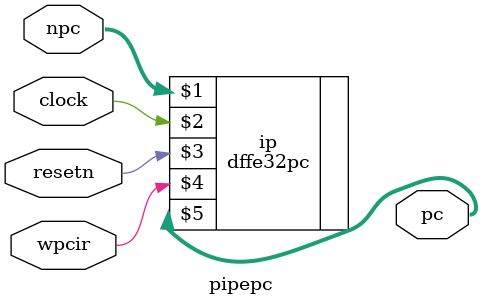
<source format=v>
module pipepc(npc, wpcir, clock, resetn, pc);
input  [31:0] npc;
input         wpcir, clock, resetn;
output [31:0] pc;

dffe32pc ip(npc, clock, resetn, wpcir, pc);
endmodule

</source>
